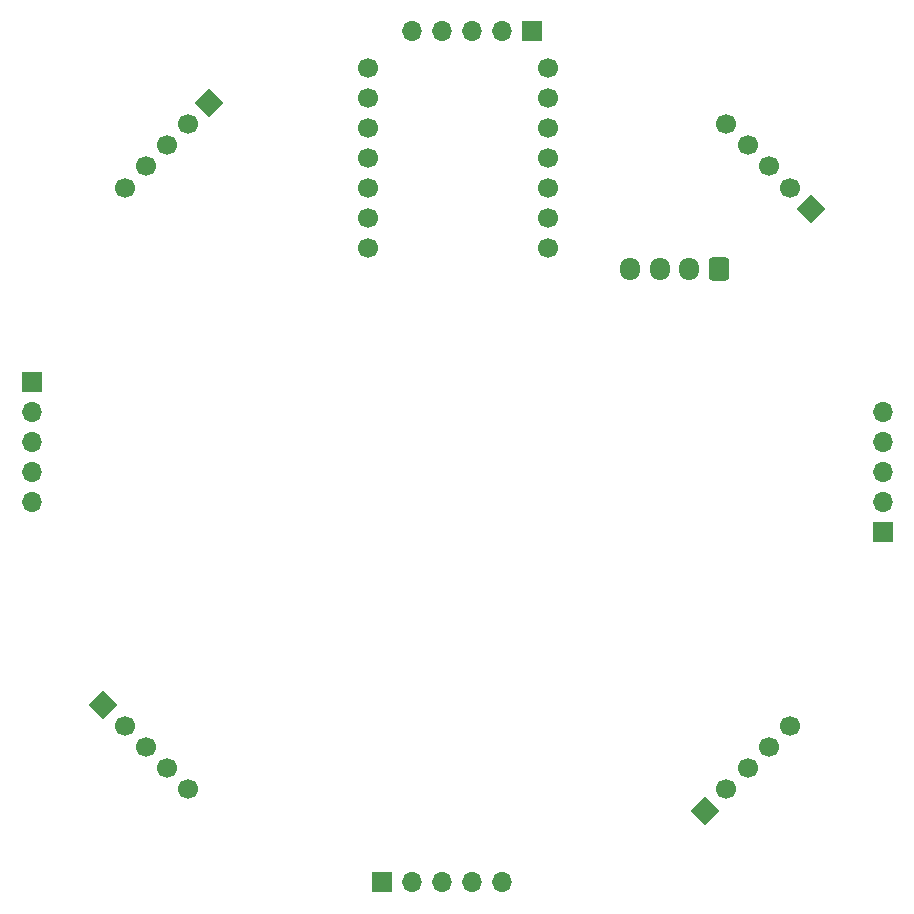
<source format=gbr>
%TF.GenerationSoftware,KiCad,Pcbnew,7.0.9*%
%TF.CreationDate,2025-01-15T21:52:53+09:00*%
%TF.ProjectId,line_main_robot2,6c696e65-5f6d-4616-996e-5f726f626f74,rev?*%
%TF.SameCoordinates,Original*%
%TF.FileFunction,Soldermask,Bot*%
%TF.FilePolarity,Negative*%
%FSLAX46Y46*%
G04 Gerber Fmt 4.6, Leading zero omitted, Abs format (unit mm)*
G04 Created by KiCad (PCBNEW 7.0.9) date 2025-01-15 21:52:53*
%MOMM*%
%LPD*%
G01*
G04 APERTURE LIST*
G04 Aperture macros list*
%AMRoundRect*
0 Rectangle with rounded corners*
0 $1 Rounding radius*
0 $2 $3 $4 $5 $6 $7 $8 $9 X,Y pos of 4 corners*
0 Add a 4 corners polygon primitive as box body*
4,1,4,$2,$3,$4,$5,$6,$7,$8,$9,$2,$3,0*
0 Add four circle primitives for the rounded corners*
1,1,$1+$1,$2,$3*
1,1,$1+$1,$4,$5*
1,1,$1+$1,$6,$7*
1,1,$1+$1,$8,$9*
0 Add four rect primitives between the rounded corners*
20,1,$1+$1,$2,$3,$4,$5,0*
20,1,$1+$1,$4,$5,$6,$7,0*
20,1,$1+$1,$6,$7,$8,$9,0*
20,1,$1+$1,$8,$9,$2,$3,0*%
%AMHorizOval*
0 Thick line with rounded ends*
0 $1 width*
0 $2 $3 position (X,Y) of the first rounded end (center of the circle)*
0 $4 $5 position (X,Y) of the second rounded end (center of the circle)*
0 Add line between two ends*
20,1,$1,$2,$3,$4,$5,0*
0 Add two circle primitives to create the rounded ends*
1,1,$1,$2,$3*
1,1,$1,$4,$5*%
%AMRotRect*
0 Rectangle, with rotation*
0 The origin of the aperture is its center*
0 $1 length*
0 $2 width*
0 $3 Rotation angle, in degrees counterclockwise*
0 Add horizontal line*
21,1,$1,$2,0,0,$3*%
G04 Aperture macros list end*
%ADD10RotRect,1.700000X1.700000X45.000000*%
%ADD11HorizOval,1.700000X0.000000X0.000000X0.000000X0.000000X0*%
%ADD12R,1.700000X1.700000*%
%ADD13O,1.700000X1.700000*%
%ADD14RotRect,1.700000X1.700000X225.000000*%
%ADD15HorizOval,1.700000X0.000000X0.000000X0.000000X0.000000X0*%
%ADD16RotRect,1.700000X1.700000X315.000000*%
%ADD17HorizOval,1.700000X0.000000X0.000000X0.000000X0.000000X0*%
%ADD18RotRect,1.700000X1.700000X135.000000*%
%ADD19HorizOval,1.700000X0.000000X0.000000X0.000000X0.000000X0*%
%ADD20C,1.700000*%
%ADD21RoundRect,0.250000X0.600000X0.725000X-0.600000X0.725000X-0.600000X-0.725000X0.600000X-0.725000X0*%
%ADD22O,1.700000X1.950000*%
G04 APERTURE END LIST*
D10*
%TO.C,J5*%
X106728952Y-120256195D03*
D11*
X108525003Y-122052246D03*
X110321054Y-123848297D03*
X112117106Y-125644349D03*
X113913157Y-127440400D03*
%TD*%
D12*
%TO.C,J6*%
X100664859Y-92923821D03*
D13*
X100664859Y-95463821D03*
X100664859Y-98003821D03*
X100664859Y-100543821D03*
X100664859Y-103083821D03*
%TD*%
D12*
%TO.C,J8*%
X143036179Y-63244859D03*
D13*
X140496179Y-63244859D03*
X137956179Y-63244859D03*
X135416179Y-63244859D03*
X132876179Y-63244859D03*
%TD*%
D12*
%TO.C,J4*%
X130343821Y-135295141D03*
D13*
X132883821Y-135295141D03*
X135423821Y-135295141D03*
X137963821Y-135295141D03*
X140503821Y-135295141D03*
%TD*%
D12*
%TO.C,J2*%
X172715141Y-105616179D03*
D13*
X172715141Y-103076179D03*
X172715141Y-100536179D03*
X172715141Y-97996179D03*
X172715141Y-95456179D03*
%TD*%
D14*
%TO.C,J1*%
X166651048Y-78283805D03*
D15*
X164854997Y-76487754D03*
X163058946Y-74691703D03*
X161262894Y-72895651D03*
X159466843Y-71099600D03*
%TD*%
D16*
%TO.C,J7*%
X115703805Y-69308952D03*
D17*
X113907754Y-71105003D03*
X112111703Y-72901054D03*
X110315651Y-74697106D03*
X108519600Y-76493157D03*
%TD*%
D18*
%TO.C,J3*%
X157676195Y-129231048D03*
D19*
X159472246Y-127434997D03*
X161268297Y-125638946D03*
X163064349Y-123842894D03*
X164860400Y-122046843D03*
%TD*%
D20*
%TO.C,U1*%
X129086179Y-81569859D03*
X129086179Y-79029859D03*
X129086179Y-76489859D03*
X129086179Y-73949859D03*
X129086179Y-71409859D03*
X129086179Y-68869859D03*
X129086179Y-66329859D03*
X144326179Y-66329859D03*
X144326179Y-68869859D03*
X144326179Y-71409859D03*
X144326179Y-73949859D03*
X144326179Y-76489859D03*
X144326179Y-79029859D03*
X144326179Y-81569859D03*
%TD*%
D21*
%TO.C,J9*%
X158836179Y-83419859D03*
D22*
X156336179Y-83419859D03*
X153836179Y-83419859D03*
X151336179Y-83419859D03*
%TD*%
M02*

</source>
